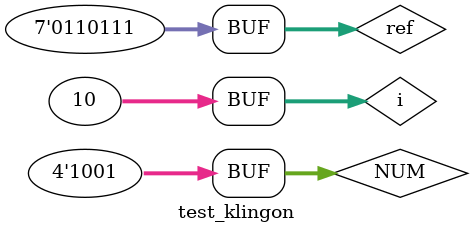
<source format=v>
`timescale 1ns / 1ps


module test_klingon;

	// Inputs
	reg [3:0] NUM;

	// Outputs
	wire [6:0] SEG1;
	wire [6:0] SEG2;
	wire [6:0] SEG3;

	// Instantiate the Unit Under Test (UUT)
	klingon_structural uut1 (
		.NUM(NUM),
		.SEG(SEG1)
	);

	klingon_behavior uut2 (
		.NUM(NUM),
		.SEG(SEG2)
	);

	klingon_dataflow uut3 (
		.NUM(NUM),
		.SEG(SEG3)
	);

	localparam [0:(7*10)-1] ref_results = {
		7'b1111110,
		7'b1000000,
		7'b1000001,
		7'b1001001,
		7'b0100011,
		7'b0011101,
		7'b0100101,
		7'b0010011,
		7'b0110110,
		7'b0110111
	};

	reg [6:0] ref;

	integer i;

	wire correct_struct = (ref == SEG1);
	wire correct_behavior = (ref == SEG2);
	wire correct_dataflow = (ref == SEG3);

	initial begin
		for (i = 0; i < 10; i=i+1) begin
			NUM = i;
			ref = ref_results[i*7+:7];
			#20;
		end

	end

endmodule

</source>
